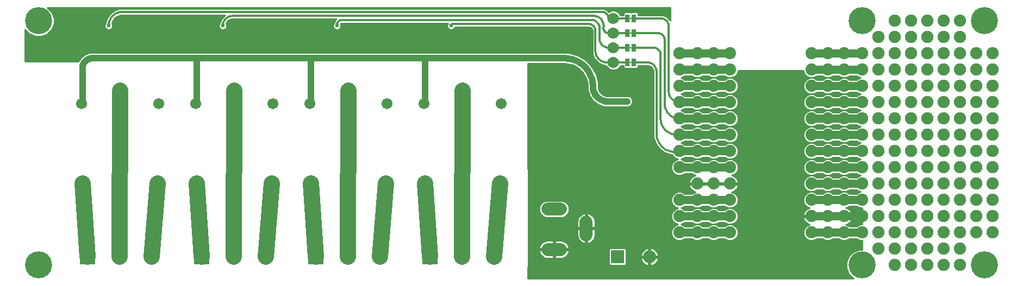
<source format=gbl>
G75*
%MOIN*%
%OFA0B0*%
%FSLAX24Y24*%
%IPPOS*%
%LPD*%
%AMOC8*
5,1,8,0,0,1.08239X$1,22.5*
%
%ADD10C,0.0673*%
%ADD11R,0.0950X0.0950*%
%ADD12C,0.0950*%
%ADD13R,0.0800X0.0800*%
%ADD14C,0.0800*%
%ADD15C,0.0787*%
%ADD16C,0.0740*%
%ADD17C,0.0080*%
%ADD18R,0.0250X0.0500*%
%ADD19C,0.0100*%
%ADD20C,0.0240*%
%ADD21C,0.0280*%
%ADD22C,0.0748*%
%ADD23C,0.0500*%
%ADD24C,0.0400*%
%ADD25C,0.0120*%
%ADD26C,0.1000*%
%ADD27C,0.1660*%
%ADD28C,0.0700*%
D10*
X003790Y007600D03*
X008510Y007600D03*
X010790Y007600D03*
X015510Y007600D03*
X017790Y007600D03*
X022510Y007600D03*
X024790Y007600D03*
X029510Y007600D03*
X029510Y012400D03*
X027150Y013190D03*
X024790Y012400D03*
X022510Y012400D03*
X020150Y013190D03*
X017790Y012400D03*
X015510Y012400D03*
X013150Y013190D03*
X010790Y012400D03*
X008510Y012400D03*
X006150Y013190D03*
X003790Y012400D03*
D11*
X004150Y003000D03*
X011150Y003000D03*
X018150Y003000D03*
X025150Y003000D03*
D12*
X027119Y003000D03*
X029087Y003000D03*
X022087Y003000D03*
X020119Y003000D03*
X015087Y003000D03*
X013119Y003000D03*
X008087Y003000D03*
X006119Y003000D03*
D13*
X036650Y003000D03*
D14*
X038619Y003000D03*
D15*
X034734Y004358D02*
X034734Y005146D01*
X033159Y005933D02*
X032372Y005933D01*
X032372Y003453D02*
X033159Y003453D01*
D16*
X041550Y004500D03*
X042550Y004500D03*
X043550Y004500D03*
X043550Y005500D03*
X042550Y005500D03*
X041550Y005500D03*
X041550Y006500D03*
X042550Y006500D03*
X043550Y006500D03*
X043550Y007500D03*
X042550Y007500D03*
X041550Y007500D03*
X041550Y008500D03*
X042550Y008500D03*
X043550Y008500D03*
X043550Y009500D03*
X042550Y009500D03*
X041550Y009500D03*
X041550Y010500D03*
X042550Y010500D03*
X043550Y010500D03*
X043550Y011500D03*
X042550Y011500D03*
X041550Y011500D03*
X041550Y012500D03*
X042550Y012500D03*
X043550Y012500D03*
X043550Y013500D03*
X042550Y013500D03*
X041550Y013500D03*
X041550Y014500D03*
X042550Y014500D03*
X043550Y014500D03*
X043550Y015500D03*
X042550Y015500D03*
X041550Y015500D03*
X048550Y015500D03*
X049550Y015500D03*
X050550Y015500D03*
X050550Y014500D03*
X049550Y014500D03*
X048550Y014500D03*
X048550Y013500D03*
X049550Y013500D03*
X050550Y013500D03*
X050550Y012500D03*
X049550Y012500D03*
X048550Y012500D03*
X048550Y011500D03*
X049550Y011500D03*
X050550Y011500D03*
X050550Y010500D03*
X049550Y010500D03*
X048550Y010500D03*
X048550Y009500D03*
X049550Y009500D03*
X050550Y009500D03*
X050550Y008500D03*
X049550Y008500D03*
X048550Y008500D03*
X048550Y007500D03*
X049550Y007500D03*
X050550Y007500D03*
X050550Y006500D03*
X049550Y006500D03*
X048550Y006500D03*
X048550Y005500D03*
X049550Y005500D03*
X050550Y005500D03*
X050550Y004500D03*
X049550Y004500D03*
X048550Y004500D03*
D17*
X037610Y014950D02*
X037310Y014950D01*
X037310Y015850D02*
X037610Y015850D01*
X037610Y016750D02*
X037310Y016750D01*
X037310Y017650D02*
X037610Y017650D01*
D18*
X037660Y017650D03*
X037260Y017650D03*
X037260Y016750D03*
X037660Y016750D03*
X037660Y015850D03*
X037260Y015850D03*
X037260Y014950D03*
X037660Y014950D03*
D19*
X037915Y014760D02*
X038450Y014760D01*
X038530Y014752D01*
X038678Y014691D01*
X038791Y014578D01*
X038852Y014430D01*
X038860Y014350D01*
X038860Y010350D01*
X038982Y009969D01*
X039214Y009643D01*
X039533Y009403D01*
X039533Y009403D01*
X039911Y009272D01*
X039911Y009272D01*
X040000Y009269D01*
X040023Y009214D01*
X040164Y009073D01*
X040340Y009000D01*
X040164Y008927D01*
X040023Y008786D01*
X039946Y008600D01*
X039946Y008400D01*
X040023Y008214D01*
X040164Y008073D01*
X040350Y007996D01*
X040550Y007996D01*
X040736Y008073D01*
X040783Y008120D01*
X041223Y008120D01*
X041267Y008076D01*
X041432Y008008D01*
X041428Y008007D01*
X041350Y007982D01*
X041277Y007945D01*
X041211Y007897D01*
X041153Y007839D01*
X041105Y007773D01*
X041068Y007700D01*
X041043Y007622D01*
X041031Y007550D01*
X041500Y007550D01*
X041500Y007450D01*
X041031Y007450D01*
X041043Y007378D01*
X041068Y007300D01*
X041105Y007227D01*
X041153Y007161D01*
X041211Y007103D01*
X041277Y007055D01*
X041350Y007018D01*
X041428Y006993D01*
X041432Y006992D01*
X041267Y006924D01*
X041223Y006880D01*
X040783Y006880D01*
X040736Y006927D01*
X040550Y007004D01*
X040350Y007004D01*
X040164Y006927D01*
X040023Y006786D01*
X039946Y006600D01*
X039946Y006400D01*
X040023Y006214D01*
X040164Y006073D01*
X040340Y006000D01*
X040164Y005927D01*
X040023Y005786D01*
X039946Y005600D01*
X039946Y005400D01*
X040023Y005214D01*
X040164Y005073D01*
X040340Y005000D01*
X040164Y004927D01*
X040023Y004786D01*
X039946Y004600D01*
X039946Y004400D01*
X040023Y004214D01*
X040164Y004073D01*
X040350Y003996D01*
X040550Y003996D01*
X040736Y004073D01*
X040783Y004120D01*
X041223Y004120D01*
X041267Y004076D01*
X041451Y004000D01*
X041649Y004000D01*
X041833Y004076D01*
X041877Y004120D01*
X042223Y004120D01*
X042267Y004076D01*
X042451Y004000D01*
X042649Y004000D01*
X042833Y004076D01*
X042877Y004120D01*
X043223Y004120D01*
X043267Y004076D01*
X043451Y004000D01*
X043649Y004000D01*
X043833Y004076D01*
X043974Y004217D01*
X044050Y004401D01*
X044050Y004599D01*
X043974Y004783D01*
X043833Y004924D01*
X043649Y005000D01*
X043833Y005076D01*
X043974Y005217D01*
X044050Y005401D01*
X044050Y005599D01*
X043974Y005783D01*
X043833Y005924D01*
X043649Y006000D01*
X043833Y006076D01*
X043974Y006217D01*
X044050Y006401D01*
X044050Y006599D01*
X043974Y006783D01*
X043833Y006924D01*
X043668Y006992D01*
X043672Y006993D01*
X043750Y007018D01*
X043823Y007055D01*
X043889Y007103D01*
X043947Y007161D01*
X043995Y007227D01*
X044032Y007300D01*
X044057Y007378D01*
X044069Y007450D01*
X043600Y007450D01*
X043600Y007550D01*
X044069Y007550D01*
X044057Y007622D01*
X044032Y007700D01*
X043995Y007773D01*
X043947Y007839D01*
X043889Y007897D01*
X043823Y007945D01*
X043750Y007982D01*
X043672Y008007D01*
X043668Y008008D01*
X043833Y008076D01*
X043974Y008217D01*
X044050Y008401D01*
X044050Y008599D01*
X043974Y008783D01*
X043833Y008924D01*
X043649Y009000D01*
X043833Y009076D01*
X043974Y009217D01*
X044050Y009401D01*
X044050Y009599D01*
X043974Y009783D01*
X043833Y009924D01*
X043649Y010000D01*
X043833Y010076D01*
X043974Y010217D01*
X044050Y010401D01*
X044050Y010599D01*
X043974Y010783D01*
X043833Y010924D01*
X043649Y011000D01*
X043833Y011076D01*
X043974Y011217D01*
X044050Y011401D01*
X044050Y011599D01*
X043974Y011783D01*
X043833Y011924D01*
X043649Y012000D01*
X043833Y012076D01*
X043974Y012217D01*
X044050Y012401D01*
X044050Y012599D01*
X043974Y012783D01*
X043833Y012924D01*
X043649Y013000D01*
X043833Y013076D01*
X043974Y013217D01*
X044050Y013401D01*
X044050Y013599D01*
X043974Y013783D01*
X043833Y013924D01*
X043649Y014000D01*
X043833Y014076D01*
X043974Y014217D01*
X044050Y014401D01*
X044050Y014450D01*
X048050Y014450D01*
X048050Y014401D01*
X048126Y014217D01*
X048267Y014076D01*
X048451Y014000D01*
X048267Y013924D01*
X048126Y013783D01*
X048050Y013599D01*
X048050Y013401D01*
X048126Y013217D01*
X048267Y013076D01*
X048451Y013000D01*
X048267Y012924D01*
X048126Y012783D01*
X048050Y012599D01*
X048050Y012401D01*
X048126Y012217D01*
X048267Y012076D01*
X048451Y012000D01*
X048267Y011924D01*
X048126Y011783D01*
X048050Y011599D01*
X048050Y011401D01*
X048126Y011217D01*
X048267Y011076D01*
X048451Y011000D01*
X048267Y010924D01*
X048126Y010783D01*
X048050Y010599D01*
X048050Y010401D01*
X048126Y010217D01*
X048267Y010076D01*
X048451Y010000D01*
X048267Y009924D01*
X048126Y009783D01*
X048050Y009599D01*
X048050Y009401D01*
X048126Y009217D01*
X048267Y009076D01*
X048451Y009000D01*
X048267Y008924D01*
X048126Y008783D01*
X048050Y008599D01*
X048050Y008401D01*
X048126Y008217D01*
X048267Y008076D01*
X048451Y008000D01*
X048267Y007924D01*
X048126Y007783D01*
X048050Y007599D01*
X048050Y007401D01*
X048126Y007217D01*
X048267Y007076D01*
X048451Y007000D01*
X048267Y006924D01*
X048126Y006783D01*
X048050Y006599D01*
X048050Y006401D01*
X048126Y006217D01*
X048267Y006076D01*
X048432Y006008D01*
X048428Y006007D01*
X048350Y005982D01*
X048277Y005945D01*
X048211Y005897D01*
X048153Y005839D01*
X048105Y005773D01*
X048068Y005700D01*
X048043Y005622D01*
X048031Y005550D01*
X048500Y005550D01*
X048500Y005450D01*
X048031Y005450D01*
X048043Y005378D01*
X048068Y005300D01*
X048105Y005227D01*
X048153Y005161D01*
X048211Y005103D01*
X048277Y005055D01*
X048350Y005018D01*
X048428Y004993D01*
X048432Y004992D01*
X048267Y004924D01*
X048126Y004783D01*
X048050Y004599D01*
X048050Y004401D01*
X048126Y004217D01*
X048267Y004076D01*
X048451Y004000D01*
X048649Y004000D01*
X048833Y004076D01*
X048877Y004120D01*
X049223Y004120D01*
X049267Y004076D01*
X049451Y004000D01*
X049649Y004000D01*
X049833Y004076D01*
X049877Y004120D01*
X050223Y004120D01*
X050267Y004076D01*
X050451Y004000D01*
X050649Y004000D01*
X050833Y004076D01*
X050877Y004120D01*
X051317Y004120D01*
X051364Y004073D01*
X051550Y003996D01*
X051650Y003996D01*
X051650Y003460D01*
X051459Y003460D01*
X051106Y003314D01*
X050836Y003044D01*
X050690Y002691D01*
X050690Y002309D01*
X050836Y001956D01*
X051106Y001686D01*
X051121Y001680D01*
X031150Y001680D01*
X031150Y002360D01*
X031180Y002412D01*
X031180Y008388D01*
X031150Y008440D01*
X031150Y014870D01*
X033400Y014870D01*
X033585Y014858D01*
X033943Y014762D01*
X034264Y014577D01*
X034527Y014314D01*
X034712Y013993D01*
X034808Y013635D01*
X034820Y013450D01*
X034820Y013255D01*
X034940Y012885D01*
X034940Y012885D01*
X035169Y012569D01*
X035169Y012569D01*
X035169Y012569D01*
X035485Y012340D01*
X035759Y012251D01*
X035834Y012220D01*
X037316Y012220D01*
X037437Y012270D01*
X037530Y012363D01*
X037580Y012484D01*
X037580Y012616D01*
X037530Y012737D01*
X037437Y012830D01*
X037316Y012880D01*
X036050Y012880D01*
X035961Y012887D01*
X035791Y012942D01*
X035647Y013047D01*
X035542Y013191D01*
X035487Y013361D01*
X035480Y013450D01*
X035480Y013724D01*
X035338Y014253D01*
X035064Y014727D01*
X035064Y014727D01*
X034677Y015114D01*
X034203Y015388D01*
X034203Y015388D01*
X033674Y015530D01*
X004301Y015530D01*
X004017Y015438D01*
X004017Y015438D01*
X003775Y015262D01*
X003775Y015262D01*
X003599Y015020D01*
X003593Y015000D01*
X000330Y015000D01*
X000330Y016971D01*
X000336Y016956D01*
X000606Y016686D01*
X000959Y016540D01*
X001341Y016540D01*
X001694Y016686D01*
X001964Y016956D01*
X002110Y017309D01*
X002110Y017691D01*
X001964Y018044D01*
X001694Y018314D01*
X001679Y018320D01*
X039900Y018320D01*
X039900Y017505D01*
X039885Y017541D01*
X039691Y017735D01*
X039691Y017735D01*
X039437Y017840D01*
X037915Y017840D01*
X037915Y017954D01*
X037839Y018030D01*
X037481Y018030D01*
X037460Y018009D01*
X037439Y018030D01*
X037081Y018030D01*
X037005Y017954D01*
X037005Y017840D01*
X036841Y017840D01*
X036807Y017922D01*
X036672Y018057D01*
X036495Y018130D01*
X036305Y018130D01*
X036128Y018057D01*
X036128Y018057D01*
X036034Y018150D01*
X035817Y018240D01*
X006135Y018240D01*
X005822Y018138D01*
X005555Y017945D01*
X005555Y017945D01*
X005362Y017678D01*
X005362Y017678D01*
X005260Y017365D01*
X005260Y017364D01*
X005238Y017342D01*
X005200Y017250D01*
X005200Y017150D01*
X005238Y017058D01*
X005308Y016988D01*
X005400Y016950D01*
X005500Y016950D01*
X005592Y016988D01*
X005662Y017058D01*
X005700Y017150D01*
X005700Y017250D01*
X005662Y017342D01*
X005661Y017343D01*
X005712Y017500D01*
X005833Y017667D01*
X006000Y017788D01*
X006197Y017852D01*
X006300Y017860D01*
X012593Y017860D01*
X012380Y017647D01*
X012265Y017368D01*
X012238Y017342D01*
X012200Y017250D01*
X012200Y017150D01*
X012238Y017058D01*
X012308Y016988D01*
X012400Y016950D01*
X012500Y016950D01*
X012592Y016988D01*
X012662Y017058D01*
X012700Y017150D01*
X012700Y017250D01*
X012668Y017328D01*
X012709Y017428D01*
X012822Y017541D01*
X012970Y017602D01*
X013050Y017610D01*
X019417Y017610D01*
X019335Y017528D01*
X019335Y017528D01*
X019271Y017375D01*
X019238Y017342D01*
X019200Y017250D01*
X019200Y017150D01*
X019238Y017058D01*
X019308Y016988D01*
X019400Y016950D01*
X019500Y016950D01*
X019592Y016988D01*
X019662Y017058D01*
X019700Y017150D01*
X019700Y017250D01*
X019670Y017322D01*
X019689Y017341D01*
X019729Y017358D01*
X019750Y017360D01*
X026256Y017360D01*
X026238Y017342D01*
X026200Y017250D01*
X026200Y017150D01*
X026238Y017058D01*
X026308Y016988D01*
X026400Y016950D01*
X026500Y016950D01*
X026592Y016988D01*
X026662Y017058D01*
X026683Y017110D01*
X034891Y017110D01*
X034934Y017103D01*
X035017Y017063D01*
X026664Y017063D01*
X026535Y016965D02*
X035089Y016965D01*
X035078Y016994D02*
X035109Y016907D01*
X035110Y016869D01*
X035110Y016856D01*
X035106Y016783D01*
X035110Y016778D01*
X035110Y015671D01*
X035105Y015665D01*
X035110Y015593D01*
X035110Y015521D01*
X035116Y015516D01*
X035121Y015446D01*
X035121Y015446D01*
X035227Y015184D01*
X035409Y014968D01*
X035648Y014818D01*
X035648Y014818D01*
X035923Y014750D01*
X035962Y014753D01*
X035993Y014678D01*
X036128Y014543D01*
X036305Y014470D01*
X036495Y014470D01*
X036672Y014543D01*
X036807Y014678D01*
X036841Y014760D01*
X037005Y014760D01*
X037005Y014646D01*
X037081Y014570D01*
X037439Y014570D01*
X037460Y014591D01*
X037481Y014570D01*
X037839Y014570D01*
X037915Y014646D01*
X037915Y014760D01*
X037915Y014699D02*
X038658Y014699D01*
X038768Y014601D02*
X037869Y014601D01*
X037051Y014601D02*
X036729Y014601D01*
X036816Y014699D02*
X037005Y014699D01*
X036573Y014502D02*
X038822Y014502D01*
X038855Y014404D02*
X035251Y014404D01*
X035194Y014502D02*
X036227Y014502D01*
X036071Y014601D02*
X035138Y014601D01*
X035081Y014699D02*
X035984Y014699D01*
X035923Y014750D02*
X035923Y014750D01*
X035732Y014798D02*
X034994Y014798D01*
X034896Y014896D02*
X035524Y014896D01*
X035409Y014968D02*
X035409Y014968D01*
X035409Y014968D01*
X035386Y014995D02*
X034797Y014995D01*
X034699Y015093D02*
X035303Y015093D01*
X035227Y015184D02*
X035227Y015184D01*
X035224Y015192D02*
X034544Y015192D01*
X034677Y015114D02*
X034677Y015114D01*
X034373Y015290D02*
X035184Y015290D01*
X035144Y015389D02*
X034202Y015389D01*
X033834Y015487D02*
X035118Y015487D01*
X035110Y015586D02*
X000330Y015586D01*
X000330Y015684D02*
X035110Y015684D01*
X035110Y015783D02*
X000330Y015783D01*
X000330Y015881D02*
X035110Y015881D01*
X035110Y015980D02*
X000330Y015980D01*
X000330Y016078D02*
X035110Y016078D01*
X035110Y016177D02*
X000330Y016177D01*
X000330Y016275D02*
X035110Y016275D01*
X035110Y016374D02*
X000330Y016374D01*
X000330Y016472D02*
X035110Y016472D01*
X035110Y016571D02*
X001415Y016571D01*
X001652Y016669D02*
X035110Y016669D01*
X035110Y016768D02*
X001775Y016768D01*
X001874Y016866D02*
X035110Y016866D01*
X035078Y016994D02*
X035017Y017063D01*
X036836Y017851D02*
X037005Y017851D01*
X037005Y017950D02*
X036779Y017950D01*
X036681Y018048D02*
X039900Y018048D01*
X039900Y017950D02*
X037915Y017950D01*
X037915Y017851D02*
X039900Y017851D01*
X039900Y017753D02*
X039648Y017753D01*
X039772Y017654D02*
X039900Y017654D01*
X039900Y017556D02*
X039870Y017556D01*
X039885Y017541D02*
X039885Y017541D01*
X039900Y018147D02*
X036038Y018147D01*
X036034Y018150D02*
X036034Y018150D01*
X039900Y018245D02*
X001763Y018245D01*
X001861Y018147D02*
X005848Y018147D01*
X005822Y018138D02*
X005822Y018138D01*
X005698Y018048D02*
X001960Y018048D01*
X002003Y017950D02*
X005562Y017950D01*
X005488Y017851D02*
X002044Y017851D01*
X002084Y017753D02*
X005416Y017753D01*
X005354Y017654D02*
X002110Y017654D01*
X002110Y017556D02*
X005322Y017556D01*
X005290Y017457D02*
X002110Y017457D01*
X002110Y017359D02*
X005255Y017359D01*
X005204Y017260D02*
X002090Y017260D01*
X002049Y017162D02*
X005200Y017162D01*
X005236Y017063D02*
X002008Y017063D01*
X001967Y016965D02*
X005365Y016965D01*
X005535Y016965D02*
X012365Y016965D01*
X012236Y017063D02*
X005664Y017063D01*
X005700Y017162D02*
X012200Y017162D01*
X012204Y017260D02*
X005696Y017260D01*
X005666Y017359D02*
X012255Y017359D01*
X012301Y017457D02*
X005698Y017457D01*
X005753Y017556D02*
X012342Y017556D01*
X012380Y017647D02*
X012380Y017647D01*
X012387Y017654D02*
X005824Y017654D01*
X005951Y017753D02*
X012485Y017753D01*
X012584Y017851D02*
X006194Y017851D01*
X000885Y016571D02*
X000330Y016571D01*
X000330Y016669D02*
X000648Y016669D01*
X000525Y016768D02*
X000330Y016768D01*
X000330Y016866D02*
X000426Y016866D01*
X000333Y016965D02*
X000330Y016965D01*
X000330Y015487D02*
X004168Y015487D01*
X003949Y015389D02*
X000330Y015389D01*
X000330Y015290D02*
X003813Y015290D01*
X003724Y015192D02*
X000330Y015192D01*
X000330Y015093D02*
X003652Y015093D01*
X012535Y016965D02*
X019365Y016965D01*
X019236Y017063D02*
X012664Y017063D01*
X012700Y017162D02*
X019200Y017162D01*
X019204Y017260D02*
X012696Y017260D01*
X012680Y017359D02*
X019255Y017359D01*
X019305Y017457D02*
X012738Y017457D01*
X012858Y017556D02*
X019363Y017556D01*
X019735Y017359D02*
X026255Y017359D01*
X026204Y017260D02*
X019696Y017260D01*
X019700Y017162D02*
X026200Y017162D01*
X026236Y017063D02*
X019664Y017063D01*
X019535Y016965D02*
X026365Y016965D01*
X031150Y014798D02*
X033810Y014798D01*
X034052Y014699D02*
X031150Y014699D01*
X031150Y014601D02*
X034223Y014601D01*
X034339Y014502D02*
X031150Y014502D01*
X031150Y014404D02*
X034437Y014404D01*
X034532Y014305D02*
X031150Y014305D01*
X031150Y014207D02*
X034589Y014207D01*
X034646Y014108D02*
X031150Y014108D01*
X031150Y014010D02*
X034703Y014010D01*
X034734Y013911D02*
X031150Y013911D01*
X031150Y013813D02*
X034760Y013813D01*
X034787Y013714D02*
X031150Y013714D01*
X031150Y013616D02*
X034809Y013616D01*
X034816Y013517D02*
X031150Y013517D01*
X031150Y013419D02*
X034820Y013419D01*
X034820Y013320D02*
X031150Y013320D01*
X031150Y013222D02*
X034831Y013222D01*
X034863Y013123D02*
X031150Y013123D01*
X031150Y013025D02*
X034895Y013025D01*
X034927Y012926D02*
X031150Y012926D01*
X031150Y012828D02*
X034982Y012828D01*
X035053Y012729D02*
X031150Y012729D01*
X031150Y012631D02*
X035125Y012631D01*
X035221Y012532D02*
X031150Y012532D01*
X031150Y012434D02*
X035356Y012434D01*
X035485Y012340D02*
X035485Y012340D01*
X035501Y012335D02*
X031150Y012335D01*
X031150Y012237D02*
X035794Y012237D01*
X037356Y012237D02*
X038860Y012237D01*
X038860Y012335D02*
X037502Y012335D01*
X037559Y012434D02*
X038860Y012434D01*
X038860Y012532D02*
X037580Y012532D01*
X037574Y012631D02*
X038860Y012631D01*
X038860Y012729D02*
X037533Y012729D01*
X037439Y012828D02*
X038860Y012828D01*
X038860Y012926D02*
X035841Y012926D01*
X035678Y013025D02*
X038860Y013025D01*
X038860Y013123D02*
X035592Y013123D01*
X035532Y013222D02*
X038860Y013222D01*
X038860Y013320D02*
X035500Y013320D01*
X035482Y013419D02*
X038860Y013419D01*
X038860Y013517D02*
X035480Y013517D01*
X035480Y013616D02*
X038860Y013616D01*
X038860Y013714D02*
X035480Y013714D01*
X035456Y013813D02*
X038860Y013813D01*
X038860Y013911D02*
X035430Y013911D01*
X035403Y014010D02*
X038860Y014010D01*
X038860Y014108D02*
X035377Y014108D01*
X035351Y014207D02*
X038860Y014207D01*
X038860Y014305D02*
X035308Y014305D01*
X035338Y014253D02*
X035338Y014253D01*
X040560Y014000D02*
X040736Y013927D01*
X040783Y013880D01*
X041223Y013880D01*
X041267Y013924D01*
X041451Y014000D01*
X041649Y014000D01*
X041833Y014076D01*
X041877Y014120D01*
X042223Y014120D01*
X042267Y014076D01*
X042451Y014000D01*
X042649Y014000D01*
X042833Y014076D01*
X042877Y014120D01*
X043223Y014120D01*
X043267Y014076D01*
X043451Y014000D01*
X043649Y014000D01*
X043451Y014000D01*
X043267Y013924D01*
X043223Y013880D01*
X042877Y013880D01*
X042833Y013924D01*
X042649Y014000D01*
X042451Y014000D01*
X042267Y013924D01*
X042223Y013880D01*
X041877Y013880D01*
X041833Y013924D01*
X041649Y014000D01*
X041451Y014000D01*
X041267Y014076D01*
X041223Y014120D01*
X040783Y014120D01*
X040736Y014073D01*
X040560Y014000D01*
X040583Y014010D02*
X041428Y014010D01*
X041254Y013911D02*
X040752Y013911D01*
X040771Y014108D02*
X041235Y014108D01*
X041672Y014010D02*
X042428Y014010D01*
X042254Y013911D02*
X041846Y013911D01*
X041865Y014108D02*
X042235Y014108D01*
X042672Y014010D02*
X043428Y014010D01*
X043254Y013911D02*
X042846Y013911D01*
X042865Y014108D02*
X043235Y014108D01*
X043672Y014010D02*
X048428Y014010D01*
X048451Y014000D02*
X048649Y014000D01*
X048451Y014000D01*
X048649Y014000D02*
X048833Y013924D01*
X048877Y013880D01*
X049223Y013880D01*
X049267Y013924D01*
X049451Y014000D01*
X049649Y014000D01*
X049833Y013924D01*
X049877Y013880D01*
X050223Y013880D01*
X050267Y013924D01*
X050451Y014000D01*
X050649Y014000D01*
X050833Y013924D01*
X050877Y013880D01*
X051317Y013880D01*
X051364Y013927D01*
X051540Y014000D01*
X051364Y014073D01*
X051317Y014120D01*
X050877Y014120D01*
X050833Y014076D01*
X050649Y014000D01*
X050451Y014000D01*
X050267Y014076D01*
X050223Y014120D01*
X049877Y014120D01*
X049833Y014076D01*
X049649Y014000D01*
X049451Y014000D01*
X049267Y014076D01*
X049223Y014120D01*
X048877Y014120D01*
X048833Y014076D01*
X048649Y014000D01*
X048672Y014010D02*
X049428Y014010D01*
X049254Y013911D02*
X048846Y013911D01*
X048865Y014108D02*
X049235Y014108D01*
X049672Y014010D02*
X050428Y014010D01*
X050254Y013911D02*
X049846Y013911D01*
X049865Y014108D02*
X050235Y014108D01*
X050672Y014010D02*
X051517Y014010D01*
X051348Y013911D02*
X050846Y013911D01*
X050865Y014108D02*
X051329Y014108D01*
X051317Y013120D02*
X050877Y013120D01*
X050833Y013076D01*
X050649Y013000D01*
X050451Y013000D01*
X050267Y012924D01*
X050223Y012880D01*
X049877Y012880D01*
X049833Y012924D01*
X049649Y013000D01*
X049451Y013000D01*
X049267Y012924D01*
X049223Y012880D01*
X048877Y012880D01*
X048833Y012924D01*
X048649Y013000D01*
X048451Y013000D01*
X048649Y013000D01*
X048833Y013076D01*
X048877Y013120D01*
X049223Y013120D01*
X049267Y013076D01*
X049451Y013000D01*
X049649Y013000D01*
X049833Y013076D01*
X049877Y013120D01*
X050223Y013120D01*
X050267Y013076D01*
X050451Y013000D01*
X050649Y013000D01*
X050833Y012924D01*
X050877Y012880D01*
X051317Y012880D01*
X051364Y012927D01*
X051540Y013000D01*
X051364Y013073D01*
X051317Y013120D01*
X051481Y013025D02*
X050709Y013025D01*
X050828Y012926D02*
X051363Y012926D01*
X050391Y013025D02*
X049709Y013025D01*
X049828Y012926D02*
X050272Y012926D01*
X049391Y013025D02*
X048709Y013025D01*
X048828Y012926D02*
X049272Y012926D01*
X048391Y013025D02*
X043709Y013025D01*
X043649Y013000D02*
X043451Y013000D01*
X043267Y013076D01*
X043223Y013120D01*
X042877Y013120D01*
X042833Y013076D01*
X042649Y013000D01*
X042451Y013000D01*
X042267Y013076D01*
X042223Y013120D01*
X041877Y013120D01*
X041833Y013076D01*
X041649Y013000D01*
X041451Y013000D01*
X041267Y013076D01*
X041223Y013120D01*
X040783Y013120D01*
X040736Y013073D01*
X040560Y013000D01*
X040736Y012927D01*
X040783Y012880D01*
X041223Y012880D01*
X041267Y012924D01*
X041451Y013000D01*
X041649Y013000D01*
X041833Y012924D01*
X041877Y012880D01*
X042223Y012880D01*
X042267Y012924D01*
X042451Y013000D01*
X042649Y013000D01*
X042833Y012924D01*
X042877Y012880D01*
X043223Y012880D01*
X043267Y012924D01*
X043451Y013000D01*
X043649Y013000D01*
X043828Y012926D02*
X048272Y012926D01*
X048170Y012828D02*
X043930Y012828D01*
X043996Y012729D02*
X048104Y012729D01*
X048063Y012631D02*
X044037Y012631D01*
X044050Y012532D02*
X048050Y012532D01*
X048050Y012434D02*
X044050Y012434D01*
X044023Y012335D02*
X048077Y012335D01*
X048118Y012237D02*
X043982Y012237D01*
X043895Y012138D02*
X048205Y012138D01*
X048355Y012040D02*
X043745Y012040D01*
X043649Y012000D02*
X043451Y012000D01*
X043267Y012076D01*
X043223Y012120D01*
X042877Y012120D01*
X042833Y012076D01*
X042649Y012000D01*
X042451Y012000D01*
X042267Y012076D01*
X042223Y012120D01*
X041877Y012120D01*
X041833Y012076D01*
X041649Y012000D01*
X041451Y012000D01*
X041267Y012076D01*
X041223Y012120D01*
X040783Y012120D01*
X040736Y012073D01*
X040560Y012000D01*
X040736Y011927D01*
X040783Y011880D01*
X041223Y011880D01*
X041267Y011924D01*
X041451Y012000D01*
X041649Y012000D01*
X041833Y011924D01*
X041877Y011880D01*
X042223Y011880D01*
X042267Y011924D01*
X042451Y012000D01*
X042649Y012000D01*
X042833Y011924D01*
X042877Y011880D01*
X043223Y011880D01*
X043267Y011924D01*
X043451Y012000D01*
X043649Y012000D01*
X043792Y011941D02*
X048308Y011941D01*
X048451Y012000D02*
X048649Y012000D01*
X048833Y011924D01*
X048877Y011880D01*
X049223Y011880D01*
X049267Y011924D01*
X049451Y012000D01*
X049649Y012000D01*
X049833Y011924D01*
X049877Y011880D01*
X050223Y011880D01*
X050267Y011924D01*
X050451Y012000D01*
X050649Y012000D01*
X050833Y011924D01*
X050877Y011880D01*
X051317Y011880D01*
X051364Y011927D01*
X051540Y012000D01*
X051364Y012073D01*
X051317Y012120D01*
X050877Y012120D01*
X050833Y012076D01*
X050649Y012000D01*
X050451Y012000D01*
X050267Y012076D01*
X050223Y012120D01*
X049877Y012120D01*
X049833Y012076D01*
X049649Y012000D01*
X049451Y012000D01*
X049267Y012076D01*
X049223Y012120D01*
X048877Y012120D01*
X048833Y012076D01*
X048649Y012000D01*
X048451Y012000D01*
X048745Y012040D02*
X049355Y012040D01*
X049308Y011941D02*
X048792Y011941D01*
X048185Y011843D02*
X043915Y011843D01*
X043990Y011744D02*
X048110Y011744D01*
X048069Y011646D02*
X044031Y011646D01*
X044050Y011547D02*
X048050Y011547D01*
X048050Y011449D02*
X044050Y011449D01*
X044029Y011350D02*
X048071Y011350D01*
X048112Y011252D02*
X043988Y011252D01*
X043910Y011153D02*
X048190Y011153D01*
X048319Y011055D02*
X043781Y011055D01*
X043756Y010956D02*
X048344Y010956D01*
X048451Y011000D02*
X048649Y011000D01*
X048833Y010924D01*
X048877Y010880D01*
X049223Y010880D01*
X049267Y010924D01*
X049451Y011000D01*
X049649Y011000D01*
X049833Y010924D01*
X049877Y010880D01*
X050223Y010880D01*
X050267Y010924D01*
X050451Y011000D01*
X050649Y011000D01*
X050833Y010924D01*
X050877Y010880D01*
X051317Y010880D01*
X051364Y010927D01*
X051540Y011000D01*
X051364Y011073D01*
X051317Y011120D01*
X050877Y011120D01*
X050833Y011076D01*
X050649Y011000D01*
X050451Y011000D01*
X050267Y011076D01*
X050223Y011120D01*
X049877Y011120D01*
X049833Y011076D01*
X049649Y011000D01*
X049451Y011000D01*
X049267Y011076D01*
X049223Y011120D01*
X048877Y011120D01*
X048833Y011076D01*
X048649Y011000D01*
X048451Y011000D01*
X048200Y010858D02*
X043900Y010858D01*
X043984Y010759D02*
X048116Y010759D01*
X048075Y010661D02*
X044025Y010661D01*
X044050Y010562D02*
X048050Y010562D01*
X048050Y010464D02*
X044050Y010464D01*
X044035Y010365D02*
X048065Y010365D01*
X048106Y010267D02*
X043994Y010267D01*
X043925Y010168D02*
X048175Y010168D01*
X048283Y010070D02*
X043817Y010070D01*
X043719Y009971D02*
X048381Y009971D01*
X048451Y010000D02*
X048649Y010000D01*
X048833Y009924D01*
X048877Y009880D01*
X049223Y009880D01*
X049267Y009924D01*
X049451Y010000D01*
X049649Y010000D01*
X049833Y009924D01*
X049877Y009880D01*
X050223Y009880D01*
X050267Y009924D01*
X050451Y010000D01*
X050649Y010000D01*
X050833Y009924D01*
X050877Y009880D01*
X051317Y009880D01*
X051364Y009927D01*
X051540Y010000D01*
X051364Y010073D01*
X051317Y010120D01*
X050877Y010120D01*
X050833Y010076D01*
X050649Y010000D01*
X050451Y010000D01*
X050267Y010076D01*
X050223Y010120D01*
X049877Y010120D01*
X049833Y010076D01*
X049649Y010000D01*
X049451Y010000D01*
X049267Y010076D01*
X049223Y010120D01*
X048877Y010120D01*
X048833Y010076D01*
X048649Y010000D01*
X048451Y010000D01*
X048215Y009873D02*
X043885Y009873D01*
X043978Y009774D02*
X048122Y009774D01*
X048082Y009676D02*
X044018Y009676D01*
X044050Y009577D02*
X048050Y009577D01*
X048050Y009479D02*
X044050Y009479D01*
X044041Y009380D02*
X048059Y009380D01*
X048099Y009282D02*
X044001Y009282D01*
X043940Y009183D02*
X048160Y009183D01*
X048258Y009085D02*
X043842Y009085D01*
X043683Y008986D02*
X048417Y008986D01*
X048451Y009000D02*
X048649Y009000D01*
X048833Y008924D01*
X048877Y008880D01*
X049223Y008880D01*
X049267Y008924D01*
X049451Y009000D01*
X049649Y009000D01*
X049833Y008924D01*
X049877Y008880D01*
X050223Y008880D01*
X050267Y008924D01*
X050451Y009000D01*
X050649Y009000D01*
X050833Y008924D01*
X050877Y008880D01*
X051317Y008880D01*
X051364Y008927D01*
X051540Y009000D01*
X051364Y009073D01*
X051317Y009120D01*
X050877Y009120D01*
X050833Y009076D01*
X050649Y009000D01*
X050451Y009000D01*
X050267Y009076D01*
X050223Y009120D01*
X049877Y009120D01*
X049833Y009076D01*
X049649Y009000D01*
X049451Y009000D01*
X049267Y009076D01*
X049223Y009120D01*
X048877Y009120D01*
X048833Y009076D01*
X048649Y009000D01*
X048451Y009000D01*
X048683Y008986D02*
X049417Y008986D01*
X049258Y009085D02*
X048842Y009085D01*
X048870Y008888D02*
X049230Y008888D01*
X049683Y008986D02*
X050417Y008986D01*
X050258Y009085D02*
X049842Y009085D01*
X049870Y008888D02*
X050230Y008888D01*
X050683Y008986D02*
X051506Y008986D01*
X051353Y009085D02*
X050842Y009085D01*
X050870Y008888D02*
X051325Y008888D01*
X051317Y008120D02*
X050877Y008120D01*
X050833Y008076D01*
X050649Y008000D01*
X050451Y008000D01*
X050267Y007924D01*
X050223Y007880D01*
X049877Y007880D01*
X049833Y007924D01*
X049649Y008000D01*
X049451Y008000D01*
X049267Y007924D01*
X049223Y007880D01*
X048877Y007880D01*
X048833Y007924D01*
X048649Y008000D01*
X048451Y008000D01*
X048649Y008000D01*
X048833Y008076D01*
X048877Y008120D01*
X049223Y008120D01*
X049267Y008076D01*
X049451Y008000D01*
X049649Y008000D01*
X049833Y008076D01*
X049877Y008120D01*
X050223Y008120D01*
X050267Y008076D01*
X050451Y008000D01*
X050649Y008000D01*
X050833Y007924D01*
X050877Y007880D01*
X051317Y007880D01*
X051364Y007927D01*
X051540Y008000D01*
X051364Y008073D01*
X051317Y008120D01*
X051338Y008100D02*
X050857Y008100D01*
X050855Y007903D02*
X051340Y007903D01*
X051538Y008001D02*
X050652Y008001D01*
X050448Y008001D02*
X049652Y008001D01*
X049448Y008001D02*
X048652Y008001D01*
X048448Y008001D02*
X043691Y008001D01*
X043857Y008100D02*
X048243Y008100D01*
X048145Y008198D02*
X043955Y008198D01*
X044007Y008297D02*
X048093Y008297D01*
X048052Y008395D02*
X044048Y008395D01*
X044050Y008494D02*
X048050Y008494D01*
X048050Y008592D02*
X044050Y008592D01*
X044012Y008691D02*
X048088Y008691D01*
X048132Y008789D02*
X043968Y008789D01*
X043870Y008888D02*
X048230Y008888D01*
X048857Y008100D02*
X049243Y008100D01*
X049245Y007903D02*
X048855Y007903D01*
X048245Y007903D02*
X043881Y007903D01*
X043972Y007804D02*
X048147Y007804D01*
X048094Y007706D02*
X044029Y007706D01*
X044060Y007607D02*
X048053Y007607D01*
X048050Y007509D02*
X043600Y007509D01*
X043500Y007509D02*
X042600Y007509D01*
X042600Y007550D02*
X043500Y007550D01*
X043500Y007450D01*
X043069Y007450D01*
X042600Y007450D01*
X042600Y007550D01*
X042500Y007550D02*
X042500Y007450D01*
X041600Y007450D01*
X041600Y007550D01*
X042031Y007550D01*
X042500Y007550D01*
X042500Y007509D02*
X041600Y007509D01*
X041500Y007509D02*
X031180Y007509D01*
X031180Y007607D02*
X041040Y007607D01*
X041071Y007706D02*
X031180Y007706D01*
X031180Y007804D02*
X041128Y007804D01*
X041219Y007903D02*
X031180Y007903D01*
X031180Y008001D02*
X040338Y008001D01*
X040138Y008100D02*
X031180Y008100D01*
X031180Y008198D02*
X040039Y008198D01*
X039989Y008297D02*
X031180Y008297D01*
X031176Y008395D02*
X039948Y008395D01*
X039946Y008494D02*
X031150Y008494D01*
X031150Y008592D02*
X039946Y008592D01*
X039983Y008691D02*
X031150Y008691D01*
X031150Y008789D02*
X040026Y008789D01*
X040125Y008888D02*
X031150Y008888D01*
X031150Y008986D02*
X040306Y008986D01*
X040153Y009085D02*
X031150Y009085D01*
X031150Y009183D02*
X040054Y009183D01*
X039883Y009282D02*
X031150Y009282D01*
X031150Y009380D02*
X039600Y009380D01*
X039433Y009479D02*
X031150Y009479D01*
X031150Y009577D02*
X039301Y009577D01*
X039214Y009643D02*
X039214Y009643D01*
X039214Y009643D01*
X039190Y009676D02*
X031150Y009676D01*
X031150Y009774D02*
X039120Y009774D01*
X039050Y009873D02*
X031150Y009873D01*
X031150Y009971D02*
X038981Y009971D01*
X038982Y009969D02*
X038982Y009969D01*
X038950Y010070D02*
X031150Y010070D01*
X031150Y010168D02*
X038918Y010168D01*
X038887Y010267D02*
X031150Y010267D01*
X031150Y010365D02*
X038860Y010365D01*
X038860Y010464D02*
X031150Y010464D01*
X031150Y010562D02*
X038860Y010562D01*
X038860Y010661D02*
X031150Y010661D01*
X031150Y010759D02*
X038860Y010759D01*
X038860Y010858D02*
X031150Y010858D01*
X031150Y010956D02*
X038860Y010956D01*
X038860Y011055D02*
X031150Y011055D01*
X031150Y011153D02*
X038860Y011153D01*
X038860Y011252D02*
X031150Y011252D01*
X031150Y011350D02*
X038860Y011350D01*
X038860Y011449D02*
X031150Y011449D01*
X031150Y011547D02*
X038860Y011547D01*
X038860Y011646D02*
X031150Y011646D01*
X031150Y011744D02*
X038860Y011744D01*
X038860Y011843D02*
X031150Y011843D01*
X031150Y011941D02*
X038860Y011941D01*
X038860Y012040D02*
X031150Y012040D01*
X031150Y012138D02*
X038860Y012138D01*
X040655Y012040D02*
X041355Y012040D01*
X041308Y011941D02*
X040702Y011941D01*
X041745Y012040D02*
X042355Y012040D01*
X042308Y011941D02*
X041792Y011941D01*
X042745Y012040D02*
X043355Y012040D01*
X043308Y011941D02*
X042792Y011941D01*
X042877Y011120D02*
X043223Y011120D01*
X043267Y011076D01*
X043451Y011000D01*
X043649Y011000D01*
X043451Y011000D01*
X043267Y010924D01*
X043223Y010880D01*
X042877Y010880D01*
X042833Y010924D01*
X042649Y011000D01*
X042833Y011076D01*
X042877Y011120D01*
X042781Y011055D02*
X043319Y011055D01*
X043344Y010956D02*
X042756Y010956D01*
X042649Y011000D02*
X042451Y011000D01*
X042649Y011000D01*
X042451Y011000D02*
X042267Y011076D01*
X042223Y011120D01*
X041877Y011120D01*
X041833Y011076D01*
X041649Y011000D01*
X041451Y011000D01*
X041267Y011076D01*
X041223Y011120D01*
X040783Y011120D01*
X040736Y011073D01*
X040560Y011000D01*
X040736Y010927D01*
X040783Y010880D01*
X041223Y010880D01*
X041267Y010924D01*
X041451Y011000D01*
X041649Y011000D01*
X041833Y010924D01*
X041877Y010880D01*
X042223Y010880D01*
X042267Y010924D01*
X042451Y011000D01*
X042344Y010956D02*
X041756Y010956D01*
X041781Y011055D02*
X042319Y011055D01*
X041344Y010956D02*
X040666Y010956D01*
X040692Y011055D02*
X041319Y011055D01*
X041223Y010120D02*
X040783Y010120D01*
X040736Y010073D01*
X040560Y010000D01*
X040736Y009927D01*
X040783Y009880D01*
X041223Y009880D01*
X041267Y009924D01*
X041451Y010000D01*
X041649Y010000D01*
X041833Y010076D01*
X041877Y010120D01*
X042223Y010120D01*
X042267Y010076D01*
X042451Y010000D01*
X042649Y010000D01*
X042833Y010076D01*
X042877Y010120D01*
X043223Y010120D01*
X043267Y010076D01*
X043451Y010000D01*
X043649Y010000D01*
X043451Y010000D01*
X043267Y009924D01*
X043223Y009880D01*
X042877Y009880D01*
X042833Y009924D01*
X042649Y010000D01*
X042451Y010000D01*
X042267Y009924D01*
X042223Y009880D01*
X041877Y009880D01*
X041833Y009924D01*
X041649Y010000D01*
X041451Y010000D01*
X041267Y010076D01*
X041223Y010120D01*
X041283Y010070D02*
X040728Y010070D01*
X040630Y009971D02*
X041381Y009971D01*
X041719Y009971D02*
X042381Y009971D01*
X042283Y010070D02*
X041817Y010070D01*
X042719Y009971D02*
X043381Y009971D01*
X043283Y010070D02*
X042817Y010070D01*
X042877Y009120D02*
X043223Y009120D01*
X043267Y009076D01*
X043451Y009000D01*
X043649Y009000D01*
X043451Y009000D01*
X043267Y008924D01*
X043223Y008880D01*
X042877Y008880D01*
X042833Y008924D01*
X042649Y009000D01*
X042833Y009076D01*
X042877Y009120D01*
X042842Y009085D02*
X043258Y009085D01*
X043417Y008986D02*
X042683Y008986D01*
X042649Y009000D02*
X042451Y009000D01*
X042649Y009000D01*
X042451Y009000D02*
X042267Y009076D01*
X042223Y009120D01*
X041877Y009120D01*
X041833Y009076D01*
X041649Y009000D01*
X041451Y009000D01*
X041267Y009076D01*
X041223Y009120D01*
X040783Y009120D01*
X040736Y009073D01*
X040560Y009000D01*
X040736Y008927D01*
X040783Y008880D01*
X041223Y008880D01*
X041267Y008924D01*
X041451Y009000D01*
X041649Y009000D01*
X041833Y008924D01*
X041877Y008880D01*
X042223Y008880D01*
X042267Y008924D01*
X042451Y009000D01*
X042417Y008986D02*
X041683Y008986D01*
X041842Y009085D02*
X042258Y009085D01*
X042230Y008888D02*
X041870Y008888D01*
X041417Y008986D02*
X040594Y008986D01*
X040747Y009085D02*
X041258Y009085D01*
X041230Y008888D02*
X040775Y008888D01*
X040762Y008100D02*
X041243Y008100D01*
X041409Y008001D02*
X040562Y008001D01*
X041038Y007410D02*
X031180Y007410D01*
X031180Y007312D02*
X041064Y007312D01*
X041116Y007213D02*
X031180Y007213D01*
X031180Y007115D02*
X041200Y007115D01*
X041357Y007016D02*
X031180Y007016D01*
X031180Y006918D02*
X040155Y006918D01*
X040056Y006819D02*
X031180Y006819D01*
X031180Y006721D02*
X039996Y006721D01*
X039955Y006622D02*
X031180Y006622D01*
X031180Y006524D02*
X039946Y006524D01*
X039946Y006425D02*
X033340Y006425D01*
X033264Y006457D02*
X033456Y006377D01*
X033603Y006230D01*
X033683Y006037D01*
X033683Y005829D01*
X033603Y005636D01*
X033456Y005489D01*
X033264Y005409D01*
X032268Y005409D01*
X032075Y005489D01*
X031928Y005636D01*
X031848Y005829D01*
X031848Y006037D01*
X031928Y006230D01*
X032075Y006377D01*
X032268Y006457D01*
X033264Y006457D01*
X033507Y006327D02*
X039976Y006327D01*
X040017Y006228D02*
X033604Y006228D01*
X033645Y006130D02*
X040108Y006130D01*
X040265Y006031D02*
X033683Y006031D01*
X033683Y005933D02*
X040177Y005933D01*
X040071Y005834D02*
X033683Y005834D01*
X033644Y005736D02*
X040002Y005736D01*
X039961Y005637D02*
X034968Y005637D01*
X034943Y005650D02*
X034862Y005676D01*
X034783Y005688D01*
X034783Y004800D01*
X035278Y004800D01*
X035278Y005188D01*
X035265Y005273D01*
X035238Y005354D01*
X035199Y005431D01*
X035149Y005500D01*
X035088Y005560D01*
X035019Y005611D01*
X034943Y005650D01*
X034783Y005637D02*
X034686Y005637D01*
X034686Y005688D02*
X034607Y005676D01*
X034526Y005650D01*
X034449Y005611D01*
X034380Y005560D01*
X034320Y005500D01*
X034269Y005431D01*
X034230Y005354D01*
X034204Y005273D01*
X034191Y005188D01*
X034191Y004800D01*
X034686Y004800D01*
X034686Y004704D01*
X034191Y004704D01*
X034191Y004315D01*
X034204Y004231D01*
X034230Y004150D01*
X034269Y004073D01*
X034320Y004004D01*
X034380Y003944D01*
X034449Y003893D01*
X034526Y003854D01*
X034607Y003828D01*
X034686Y003815D01*
X034686Y004704D01*
X034783Y004704D01*
X034783Y004800D01*
X034686Y004800D01*
X034686Y005688D01*
X034686Y005539D02*
X034783Y005539D01*
X034783Y005440D02*
X034686Y005440D01*
X034686Y005342D02*
X034783Y005342D01*
X034783Y005243D02*
X034686Y005243D01*
X034686Y005145D02*
X034783Y005145D01*
X034783Y005046D02*
X034686Y005046D01*
X034686Y004948D02*
X034783Y004948D01*
X034783Y004849D02*
X034686Y004849D01*
X034686Y004751D02*
X031180Y004751D01*
X031180Y004849D02*
X034191Y004849D01*
X034191Y004948D02*
X031180Y004948D01*
X031180Y005046D02*
X034191Y005046D01*
X034191Y005145D02*
X031180Y005145D01*
X031180Y005243D02*
X034199Y005243D01*
X034226Y005342D02*
X031180Y005342D01*
X031180Y005440D02*
X032194Y005440D01*
X032026Y005539D02*
X031180Y005539D01*
X031180Y005637D02*
X031928Y005637D01*
X031887Y005736D02*
X031180Y005736D01*
X031180Y005834D02*
X031848Y005834D01*
X031848Y005933D02*
X031180Y005933D01*
X031180Y006031D02*
X031848Y006031D01*
X031887Y006130D02*
X031180Y006130D01*
X031180Y006228D02*
X031927Y006228D01*
X032025Y006327D02*
X031180Y006327D01*
X031180Y006425D02*
X032191Y006425D01*
X033604Y005637D02*
X034501Y005637D01*
X034358Y005539D02*
X033506Y005539D01*
X033338Y005440D02*
X034276Y005440D01*
X035110Y005539D02*
X039946Y005539D01*
X039946Y005440D02*
X035192Y005440D01*
X035242Y005342D02*
X039970Y005342D01*
X040011Y005243D02*
X035269Y005243D01*
X035278Y005145D02*
X040093Y005145D01*
X040229Y005046D02*
X035278Y005046D01*
X035278Y004948D02*
X040213Y004948D01*
X040086Y004849D02*
X035278Y004849D01*
X035278Y004704D02*
X034783Y004704D01*
X034783Y003815D01*
X034862Y003828D01*
X034943Y003854D01*
X035019Y003893D01*
X035088Y003944D01*
X035149Y004004D01*
X035199Y004073D01*
X035238Y004150D01*
X035265Y004231D01*
X035278Y004315D01*
X035278Y004704D01*
X035278Y004652D02*
X039967Y004652D01*
X039946Y004554D02*
X035278Y004554D01*
X035278Y004455D02*
X039946Y004455D01*
X039964Y004357D02*
X035278Y004357D01*
X035269Y004258D02*
X040005Y004258D01*
X040078Y004160D02*
X035241Y004160D01*
X035190Y004061D02*
X040193Y004061D01*
X040707Y004061D02*
X041303Y004061D01*
X041797Y004061D02*
X042303Y004061D01*
X042797Y004061D02*
X043303Y004061D01*
X043797Y004061D02*
X048303Y004061D01*
X048183Y004160D02*
X043917Y004160D01*
X043991Y004258D02*
X048109Y004258D01*
X048068Y004357D02*
X044032Y004357D01*
X044050Y004455D02*
X048050Y004455D01*
X048050Y004554D02*
X044050Y004554D01*
X044028Y004652D02*
X048072Y004652D01*
X048113Y004751D02*
X043987Y004751D01*
X043908Y004849D02*
X048192Y004849D01*
X048324Y004948D02*
X043776Y004948D01*
X043761Y005046D02*
X048296Y005046D01*
X048170Y005145D02*
X043902Y005145D01*
X043985Y005243D02*
X048097Y005243D01*
X048055Y005342D02*
X044026Y005342D01*
X044050Y005440D02*
X048033Y005440D01*
X048048Y005637D02*
X044034Y005637D01*
X044050Y005539D02*
X048500Y005539D01*
X048600Y005539D02*
X049500Y005539D01*
X049500Y005550D02*
X049500Y005450D01*
X048600Y005450D01*
X048600Y005550D01*
X049069Y005550D01*
X049500Y005550D01*
X049600Y005550D02*
X050500Y005550D01*
X050500Y005450D01*
X050031Y005450D01*
X049600Y005450D01*
X049600Y005550D01*
X049600Y005539D02*
X050500Y005539D01*
X050600Y005539D02*
X051650Y005539D01*
X051650Y005637D02*
X051052Y005637D01*
X051057Y005622D02*
X051032Y005700D01*
X050995Y005773D01*
X050947Y005839D01*
X050889Y005897D01*
X050823Y005945D01*
X050750Y005982D01*
X050672Y006007D01*
X050668Y006008D01*
X050833Y006076D01*
X050877Y006120D01*
X051317Y006120D01*
X051364Y006073D01*
X051550Y005996D01*
X051650Y005996D01*
X051650Y005004D01*
X051550Y005004D01*
X051364Y004927D01*
X051317Y004880D01*
X050877Y004880D01*
X050833Y004924D01*
X050668Y004992D01*
X050672Y004993D01*
X050750Y005018D01*
X050823Y005055D01*
X050889Y005103D01*
X050947Y005161D01*
X050995Y005227D01*
X051032Y005300D01*
X051057Y005378D01*
X051069Y005450D01*
X050600Y005450D01*
X050600Y005550D01*
X051069Y005550D01*
X051057Y005622D01*
X051014Y005736D02*
X051650Y005736D01*
X051650Y005834D02*
X050950Y005834D01*
X050839Y005933D02*
X051650Y005933D01*
X051465Y006031D02*
X050724Y006031D01*
X051067Y005440D02*
X051650Y005440D01*
X051650Y005342D02*
X051045Y005342D01*
X051003Y005243D02*
X051650Y005243D01*
X051650Y005145D02*
X050930Y005145D01*
X050804Y005046D02*
X051650Y005046D01*
X051413Y004948D02*
X050776Y004948D01*
X050797Y004061D02*
X051393Y004061D01*
X051650Y003963D02*
X035107Y003963D01*
X034962Y003864D02*
X051650Y003864D01*
X051650Y003766D02*
X033604Y003766D01*
X033624Y003738D02*
X033574Y003807D01*
X033514Y003867D01*
X033444Y003918D01*
X033368Y003957D01*
X033287Y003983D01*
X033202Y003996D01*
X032814Y003996D01*
X032814Y003501D01*
X033702Y003501D01*
X033690Y003580D01*
X033663Y003661D01*
X033624Y003738D01*
X033660Y003667D02*
X051650Y003667D01*
X051650Y003569D02*
X033692Y003569D01*
X033702Y003404D02*
X032814Y003404D01*
X032814Y002909D01*
X033202Y002909D01*
X033287Y002922D01*
X033368Y002949D01*
X033444Y002988D01*
X033514Y003038D01*
X033574Y003099D01*
X033624Y003168D01*
X033663Y003244D01*
X033690Y003325D01*
X033702Y003404D01*
X033697Y003372D02*
X036120Y003372D01*
X036120Y003454D02*
X036120Y002546D01*
X036196Y002470D01*
X037104Y002470D01*
X037180Y002546D01*
X037180Y003454D01*
X037104Y003530D01*
X036196Y003530D01*
X036120Y003454D01*
X036136Y003470D02*
X032814Y003470D01*
X032814Y003501D02*
X032814Y003404D01*
X032717Y003404D01*
X032717Y002909D01*
X032329Y002909D01*
X032245Y002922D01*
X032163Y002949D01*
X032087Y002988D01*
X032018Y003038D01*
X031957Y003099D01*
X031907Y003168D01*
X031868Y003244D01*
X031842Y003325D01*
X031829Y003404D01*
X032717Y003404D01*
X032717Y003501D01*
X031829Y003501D01*
X031842Y003580D01*
X031868Y003661D01*
X031907Y003738D01*
X031957Y003807D01*
X032018Y003867D01*
X032087Y003918D01*
X032163Y003957D01*
X032245Y003983D01*
X032329Y003996D01*
X032717Y003996D01*
X032717Y003501D01*
X032814Y003501D01*
X032814Y003569D02*
X032717Y003569D01*
X032717Y003667D02*
X032814Y003667D01*
X032814Y003766D02*
X032717Y003766D01*
X032717Y003864D02*
X032814Y003864D01*
X032814Y003963D02*
X032717Y003963D01*
X032181Y003963D02*
X031180Y003963D01*
X031180Y004061D02*
X034278Y004061D01*
X034227Y004160D02*
X031180Y004160D01*
X031180Y004258D02*
X034200Y004258D01*
X034191Y004357D02*
X031180Y004357D01*
X031180Y004455D02*
X034191Y004455D01*
X034191Y004554D02*
X031180Y004554D01*
X031180Y004652D02*
X034191Y004652D01*
X034686Y004652D02*
X034783Y004652D01*
X034783Y004554D02*
X034686Y004554D01*
X034686Y004455D02*
X034783Y004455D01*
X034783Y004357D02*
X034686Y004357D01*
X034686Y004258D02*
X034783Y004258D01*
X034783Y004160D02*
X034686Y004160D01*
X034686Y004061D02*
X034783Y004061D01*
X034783Y003963D02*
X034686Y003963D01*
X034686Y003864D02*
X034783Y003864D01*
X034507Y003864D02*
X033517Y003864D01*
X033350Y003963D02*
X034361Y003963D01*
X032814Y003372D02*
X032717Y003372D01*
X032717Y003470D02*
X031180Y003470D01*
X031180Y003372D02*
X031834Y003372D01*
X031859Y003273D02*
X031180Y003273D01*
X031180Y003175D02*
X031904Y003175D01*
X031980Y003076D02*
X031180Y003076D01*
X031180Y002978D02*
X032107Y002978D01*
X032717Y002978D02*
X032814Y002978D01*
X032814Y003076D02*
X032717Y003076D01*
X032717Y003175D02*
X032814Y003175D01*
X032814Y003273D02*
X032717Y003273D01*
X033552Y003076D02*
X036120Y003076D01*
X036120Y002978D02*
X033424Y002978D01*
X033628Y003175D02*
X036120Y003175D01*
X036120Y003273D02*
X033673Y003273D01*
X032014Y003864D02*
X031180Y003864D01*
X031180Y003766D02*
X031927Y003766D01*
X031871Y003667D02*
X031180Y003667D01*
X031180Y003569D02*
X031840Y003569D01*
X031180Y002879D02*
X036120Y002879D01*
X036120Y002781D02*
X031180Y002781D01*
X031180Y002682D02*
X036120Y002682D01*
X036120Y002584D02*
X031180Y002584D01*
X031180Y002485D02*
X036181Y002485D01*
X037119Y002485D02*
X038424Y002485D01*
X038407Y002490D02*
X038490Y002464D01*
X038569Y002451D01*
X038569Y002950D01*
X038669Y002950D01*
X038669Y003050D01*
X039167Y003050D01*
X039155Y003129D01*
X039128Y003211D01*
X039089Y003288D01*
X039038Y003358D01*
X038977Y003420D01*
X038907Y003470D01*
X051650Y003470D01*
X051245Y003372D02*
X039025Y003372D01*
X039097Y003273D02*
X051065Y003273D01*
X050967Y003175D02*
X039140Y003175D01*
X039163Y003076D02*
X050868Y003076D01*
X050809Y002978D02*
X038669Y002978D01*
X038669Y002950D02*
X039167Y002950D01*
X039155Y002871D01*
X039128Y002789D01*
X039089Y002712D01*
X039038Y002642D01*
X038977Y002580D01*
X038907Y002530D01*
X038830Y002490D01*
X038747Y002464D01*
X038669Y002451D01*
X038669Y002950D01*
X038669Y002879D02*
X038569Y002879D01*
X038568Y002950D02*
X038070Y002950D01*
X038082Y002871D01*
X038109Y002789D01*
X038148Y002712D01*
X038199Y002642D01*
X038260Y002580D01*
X038330Y002530D01*
X038407Y002490D01*
X038569Y002485D02*
X038669Y002485D01*
X038669Y002584D02*
X038569Y002584D01*
X038569Y002682D02*
X038669Y002682D01*
X038669Y002781D02*
X038569Y002781D01*
X038568Y002950D02*
X038568Y003050D01*
X038070Y003050D01*
X038082Y003129D01*
X038109Y003211D01*
X038148Y003288D01*
X038199Y003358D01*
X038260Y003420D01*
X038330Y003470D01*
X037164Y003470D01*
X037180Y003372D02*
X038212Y003372D01*
X038140Y003273D02*
X037180Y003273D01*
X037180Y003175D02*
X038097Y003175D01*
X038074Y003076D02*
X037180Y003076D01*
X037180Y002978D02*
X038568Y002978D01*
X038569Y003050D02*
X038569Y003549D01*
X038490Y003536D01*
X038407Y003510D01*
X038330Y003470D01*
X038569Y003470D02*
X038669Y003470D01*
X038669Y003549D02*
X038747Y003536D01*
X038830Y003510D01*
X038907Y003470D01*
X038669Y003549D02*
X038669Y003050D01*
X038569Y003050D01*
X038569Y003076D02*
X038669Y003076D01*
X038669Y003175D02*
X038569Y003175D01*
X038569Y003273D02*
X038669Y003273D01*
X038669Y003372D02*
X038569Y003372D01*
X038081Y002879D02*
X037180Y002879D01*
X037180Y002781D02*
X038113Y002781D01*
X038170Y002682D02*
X037180Y002682D01*
X037180Y002584D02*
X038257Y002584D01*
X038813Y002485D02*
X050690Y002485D01*
X050690Y002387D02*
X031166Y002387D01*
X031150Y002288D02*
X050699Y002288D01*
X050740Y002190D02*
X031150Y002190D01*
X031150Y002091D02*
X050780Y002091D01*
X050821Y001993D02*
X031150Y001993D01*
X031150Y001894D02*
X050898Y001894D01*
X050997Y001796D02*
X031150Y001796D01*
X031150Y001697D02*
X051095Y001697D01*
X050690Y002584D02*
X038980Y002584D01*
X039067Y002682D02*
X050690Y002682D01*
X050727Y002781D02*
X039124Y002781D01*
X039156Y002879D02*
X050768Y002879D01*
X050303Y004061D02*
X049797Y004061D01*
X049303Y004061D02*
X048797Y004061D01*
X043649Y005000D02*
X043451Y005000D01*
X043267Y005076D01*
X043223Y005120D01*
X042877Y005120D01*
X042833Y005076D01*
X042649Y005000D01*
X042451Y005000D01*
X042267Y005076D01*
X042223Y005120D01*
X041877Y005120D01*
X041833Y005076D01*
X041649Y005000D01*
X041451Y005000D01*
X041267Y005076D01*
X041223Y005120D01*
X040783Y005120D01*
X040736Y005073D01*
X040560Y005000D01*
X040736Y004927D01*
X040783Y004880D01*
X041223Y004880D01*
X041267Y004924D01*
X041451Y005000D01*
X041649Y005000D01*
X041833Y004924D01*
X041877Y004880D01*
X042223Y004880D01*
X042267Y004924D01*
X042451Y005000D01*
X042649Y005000D01*
X042833Y004924D01*
X042877Y004880D01*
X043223Y004880D01*
X043267Y004924D01*
X043451Y005000D01*
X043649Y005000D01*
X043339Y005046D02*
X042761Y005046D01*
X042776Y004948D02*
X043324Y004948D01*
X042339Y005046D02*
X041761Y005046D01*
X041776Y004948D02*
X042324Y004948D01*
X041339Y005046D02*
X040671Y005046D01*
X040687Y004948D02*
X041324Y004948D01*
X040008Y004751D02*
X034783Y004751D01*
X040560Y006000D02*
X040736Y005927D01*
X040783Y005880D01*
X041223Y005880D01*
X041267Y005924D01*
X041451Y006000D01*
X041649Y006000D01*
X041833Y006076D01*
X041877Y006120D01*
X042223Y006120D01*
X042267Y006076D01*
X042451Y006000D01*
X042649Y006000D01*
X042833Y006076D01*
X042877Y006120D01*
X043223Y006120D01*
X043267Y006076D01*
X043451Y006000D01*
X043649Y006000D01*
X043451Y006000D01*
X043267Y005924D01*
X043223Y005880D01*
X042877Y005880D01*
X042833Y005924D01*
X042649Y006000D01*
X042451Y006000D01*
X042267Y005924D01*
X042223Y005880D01*
X041877Y005880D01*
X041833Y005924D01*
X041649Y006000D01*
X041451Y006000D01*
X041267Y006076D01*
X041223Y006120D01*
X040783Y006120D01*
X040736Y006073D01*
X040560Y006000D01*
X040635Y006031D02*
X041376Y006031D01*
X041288Y005933D02*
X040723Y005933D01*
X041724Y006031D02*
X042376Y006031D01*
X042288Y005933D02*
X041812Y005933D01*
X042724Y006031D02*
X043376Y006031D01*
X043288Y005933D02*
X042812Y005933D01*
X043724Y006031D02*
X048376Y006031D01*
X048261Y005933D02*
X043812Y005933D01*
X043923Y005834D02*
X048150Y005834D01*
X048086Y005736D02*
X043994Y005736D01*
X043887Y006130D02*
X048213Y006130D01*
X048121Y006228D02*
X043979Y006228D01*
X044019Y006327D02*
X048081Y006327D01*
X048050Y006425D02*
X044050Y006425D01*
X044050Y006524D02*
X048050Y006524D01*
X048059Y006622D02*
X044041Y006622D01*
X044000Y006721D02*
X048100Y006721D01*
X048162Y006819D02*
X043938Y006819D01*
X043840Y006918D02*
X048260Y006918D01*
X048412Y007016D02*
X043743Y007016D01*
X043900Y007115D02*
X048228Y007115D01*
X048130Y007213D02*
X043984Y007213D01*
X044036Y007312D02*
X048087Y007312D01*
X048050Y007410D02*
X044062Y007410D01*
X041260Y006918D02*
X040745Y006918D01*
X042870Y008888D02*
X043230Y008888D01*
X048719Y009971D02*
X049381Y009971D01*
X049283Y010070D02*
X048817Y010070D01*
X049719Y009971D02*
X050381Y009971D01*
X050283Y010070D02*
X049817Y010070D01*
X050719Y009971D02*
X051470Y009971D01*
X051372Y010070D02*
X050817Y010070D01*
X050756Y010956D02*
X051434Y010956D01*
X051408Y011055D02*
X050781Y011055D01*
X050344Y010956D02*
X049756Y010956D01*
X049781Y011055D02*
X050319Y011055D01*
X049344Y010956D02*
X048756Y010956D01*
X048781Y011055D02*
X049319Y011055D01*
X049792Y011941D02*
X050308Y011941D01*
X050355Y012040D02*
X049745Y012040D01*
X050745Y012040D02*
X051445Y012040D01*
X051398Y011941D02*
X050792Y011941D01*
X048220Y013123D02*
X043880Y013123D01*
X043976Y013222D02*
X048124Y013222D01*
X048083Y013320D02*
X044017Y013320D01*
X044050Y013419D02*
X048050Y013419D01*
X048050Y013517D02*
X044050Y013517D01*
X044043Y013616D02*
X048057Y013616D01*
X048097Y013714D02*
X044003Y013714D01*
X043945Y013813D02*
X048155Y013813D01*
X048254Y013911D02*
X043846Y013911D01*
X043865Y014108D02*
X048235Y014108D01*
X048136Y014207D02*
X043964Y014207D01*
X044010Y014305D02*
X048090Y014305D01*
X048050Y014404D02*
X044050Y014404D01*
X043391Y013025D02*
X042709Y013025D01*
X042828Y012926D02*
X043272Y012926D01*
X042391Y013025D02*
X041709Y013025D01*
X041828Y012926D02*
X042272Y012926D01*
X041391Y013025D02*
X040619Y013025D01*
X040737Y012926D02*
X041272Y012926D01*
X049857Y008100D02*
X050243Y008100D01*
X050245Y007903D02*
X049855Y007903D01*
X049877Y007120D02*
X050223Y007120D01*
X050267Y007076D01*
X050451Y007000D01*
X050267Y006924D01*
X050223Y006880D01*
X049877Y006880D01*
X049833Y006924D01*
X049649Y007000D01*
X049451Y007000D01*
X049267Y006924D01*
X049223Y006880D01*
X048877Y006880D01*
X048833Y006924D01*
X048649Y007000D01*
X048451Y007000D01*
X048649Y007000D01*
X048833Y007076D01*
X048877Y007120D01*
X049223Y007120D01*
X049267Y007076D01*
X049451Y007000D01*
X049649Y007000D01*
X049833Y007076D01*
X049877Y007120D01*
X049872Y007115D02*
X050228Y007115D01*
X050260Y006918D02*
X049840Y006918D01*
X049688Y007016D02*
X050412Y007016D01*
X050451Y007000D02*
X050649Y007000D01*
X050833Y006924D01*
X050877Y006880D01*
X051317Y006880D01*
X051364Y006927D01*
X051540Y007000D01*
X051364Y007073D01*
X051317Y007120D01*
X050877Y007120D01*
X050833Y007076D01*
X050649Y007000D01*
X050451Y007000D01*
X050688Y007016D02*
X051501Y007016D01*
X051355Y006918D02*
X050840Y006918D01*
X050872Y007115D02*
X051323Y007115D01*
X049412Y007016D02*
X048688Y007016D01*
X048840Y006918D02*
X049260Y006918D01*
X049228Y007115D02*
X048872Y007115D01*
D20*
X048950Y002000D03*
X048350Y002000D03*
X047750Y002000D03*
X047150Y002000D03*
X046550Y002000D03*
X045950Y002000D03*
X045350Y002000D03*
X027250Y015200D03*
X027250Y015700D03*
X027250Y016000D03*
X026950Y015700D03*
X026450Y017200D03*
X020250Y016000D03*
X020250Y015700D03*
X019950Y015700D03*
X020250Y015200D03*
X019450Y017200D03*
X013250Y016000D03*
X013250Y015700D03*
X012950Y015700D03*
X013250Y015200D03*
X012450Y017200D03*
X006350Y016000D03*
X006250Y015700D03*
X005950Y015700D03*
X006250Y015200D03*
X002450Y015300D03*
X002000Y015300D03*
X001550Y015300D03*
X001100Y015300D03*
X000650Y015300D03*
X000650Y015700D03*
X000650Y016100D03*
X005450Y017200D03*
D21*
X031270Y013740D03*
X031570Y013740D03*
X032500Y013710D03*
X032800Y013710D03*
X033100Y013710D03*
X033150Y014610D03*
X032800Y014610D03*
X033500Y014610D03*
X031400Y015200D03*
X036050Y012550D03*
X036350Y012550D03*
X036650Y012550D03*
X036950Y012550D03*
X037250Y012550D03*
X037730Y012490D03*
X038050Y012490D03*
X038350Y012490D03*
X038650Y012450D03*
X038650Y012150D03*
X038650Y011850D03*
X038650Y011550D03*
X038650Y011250D03*
X038350Y011310D03*
X038050Y011310D03*
X037750Y011310D03*
X038650Y010950D03*
X038650Y010650D03*
X038650Y010350D03*
X038350Y010100D03*
X038050Y010100D03*
X037750Y010100D03*
X038650Y010050D03*
X038650Y009750D03*
X038650Y009450D03*
X038650Y009150D03*
X038360Y008910D03*
X038060Y008910D03*
X037760Y008910D03*
X038300Y008570D03*
X038300Y008270D03*
X038300Y007950D03*
X038300Y007650D03*
X038040Y007430D03*
X037720Y007430D03*
X036600Y007800D03*
X036450Y007500D03*
X036150Y007500D03*
X035850Y007500D03*
X035550Y007500D03*
X035250Y007500D03*
X035150Y007800D03*
X035150Y008100D03*
X035150Y008400D03*
X035150Y008700D03*
X036600Y008700D03*
X036600Y008400D03*
X036600Y008100D03*
X033150Y008850D03*
X032850Y008850D03*
X032550Y008850D03*
X032250Y008850D03*
X031950Y008850D03*
X031750Y010400D03*
X031450Y010400D03*
X031250Y010600D03*
X031250Y010900D03*
X031250Y011200D03*
X031250Y011500D03*
X031250Y011800D03*
X031250Y012100D03*
X031270Y012400D03*
X031590Y012400D03*
X031910Y012380D03*
X032250Y012200D03*
X032250Y011900D03*
X032250Y011600D03*
X032250Y011300D03*
X032250Y011000D03*
X032250Y010700D03*
D22*
X040450Y010500D03*
X040450Y011500D03*
X040450Y012500D03*
X040450Y013500D03*
X040450Y014500D03*
X040450Y015500D03*
X051650Y015500D03*
X052650Y015500D03*
X053650Y015500D03*
X054650Y015500D03*
X055650Y015500D03*
X056650Y015500D03*
X057650Y015500D03*
X058650Y015500D03*
X059650Y015500D03*
X057650Y016500D03*
X056650Y016500D03*
X055650Y016500D03*
X054650Y016500D03*
X053650Y016500D03*
X052650Y016500D03*
X053650Y017500D03*
X054650Y017500D03*
X055650Y017500D03*
X056650Y017500D03*
X057650Y017500D03*
X057650Y014500D03*
X056650Y014500D03*
X055650Y014500D03*
X054650Y014500D03*
X053650Y014500D03*
X052650Y014500D03*
X051650Y014500D03*
X051650Y013500D03*
X052650Y013500D03*
X053650Y013500D03*
X054650Y013500D03*
X055650Y013500D03*
X056650Y013500D03*
X057650Y013500D03*
X058650Y013500D03*
X059650Y013500D03*
X059650Y012500D03*
X058650Y012500D03*
X057650Y012500D03*
X056650Y012500D03*
X055650Y012500D03*
X054650Y012500D03*
X053650Y012500D03*
X052650Y012500D03*
X051650Y012500D03*
X051650Y011500D03*
X052650Y011500D03*
X053650Y011500D03*
X054650Y011500D03*
X055650Y011500D03*
X056650Y011500D03*
X057650Y011500D03*
X058650Y011500D03*
X059650Y011500D03*
X059650Y010500D03*
X058650Y010500D03*
X057650Y010500D03*
X056650Y010500D03*
X055650Y010500D03*
X054650Y010500D03*
X053650Y010500D03*
X052650Y010500D03*
X051650Y010500D03*
X051650Y009500D03*
X052650Y009500D03*
X053650Y009500D03*
X054650Y009500D03*
X055650Y009500D03*
X056650Y009500D03*
X057650Y009500D03*
X058650Y009500D03*
X059650Y009500D03*
X059650Y008500D03*
X058650Y008500D03*
X057650Y008500D03*
X056650Y008500D03*
X055650Y008500D03*
X054650Y008500D03*
X053650Y008500D03*
X052650Y008500D03*
X051650Y008500D03*
X051650Y007500D03*
X052650Y007500D03*
X053650Y007500D03*
X054650Y007500D03*
X055650Y007500D03*
X056650Y007500D03*
X057650Y007500D03*
X058650Y007500D03*
X059650Y007500D03*
X059650Y006500D03*
X058650Y006500D03*
X057650Y006500D03*
X056650Y006500D03*
X055650Y006500D03*
X054650Y006500D03*
X053650Y006500D03*
X052650Y006500D03*
X051650Y006500D03*
X051650Y005500D03*
X052650Y005500D03*
X053650Y005500D03*
X054650Y005500D03*
X055650Y005500D03*
X056650Y005500D03*
X057650Y005500D03*
X058650Y005500D03*
X059650Y005500D03*
X059650Y004500D03*
X058650Y004500D03*
X057650Y004500D03*
X056650Y004500D03*
X055650Y004500D03*
X054650Y004500D03*
X053650Y004500D03*
X052650Y004500D03*
X051650Y004500D03*
X052650Y003500D03*
X053650Y003500D03*
X054650Y003500D03*
X055650Y003500D03*
X056650Y003500D03*
X057650Y003500D03*
X057650Y002500D03*
X056650Y002500D03*
X055650Y002500D03*
X054650Y002500D03*
X053650Y002500D03*
X040450Y004500D03*
X040450Y005500D03*
X040450Y006500D03*
X040450Y007500D03*
X040450Y008500D03*
X040450Y009500D03*
X058650Y014500D03*
X059650Y014500D03*
D23*
X051650Y014500D02*
X050550Y014500D01*
X049550Y014500D01*
X048550Y014500D01*
X048550Y013500D02*
X049550Y013500D01*
X050550Y013500D01*
X051650Y013500D01*
X051650Y012500D02*
X050550Y012500D01*
X049550Y012500D01*
X048550Y012500D01*
X048550Y011500D02*
X049550Y011500D01*
X050550Y011500D01*
X051650Y011500D01*
X051650Y010500D02*
X050550Y010500D01*
X049550Y010500D01*
X048550Y010500D01*
X048550Y009500D02*
X049550Y009500D01*
X050550Y009500D01*
X051650Y009500D01*
X051650Y008500D02*
X050550Y008500D01*
X049550Y008500D01*
X048550Y008500D01*
X048550Y007500D02*
X049550Y007500D01*
X050550Y007500D01*
X051650Y007500D01*
X051650Y006500D02*
X050550Y006500D01*
X049550Y006500D01*
X048550Y006500D01*
X048550Y005500D02*
X049550Y005500D01*
X050550Y005500D01*
X051650Y005500D01*
X051650Y004500D02*
X050550Y004500D01*
X049550Y004500D01*
X048550Y004500D01*
X043550Y004500D02*
X042550Y004500D01*
X041550Y004500D01*
X040450Y004500D01*
X040450Y005500D02*
X041550Y005500D01*
X042550Y005500D01*
X043550Y005500D01*
X043550Y006500D02*
X042550Y006500D01*
X041550Y006500D01*
X040450Y006500D01*
X040450Y008500D02*
X041550Y008500D01*
X042550Y008500D01*
X043550Y008500D01*
X043550Y009500D02*
X042550Y009500D01*
X041550Y009500D01*
X040450Y009500D01*
X040450Y010500D02*
X041550Y010500D01*
X042550Y010500D01*
X043550Y010500D01*
X043550Y011500D02*
X042550Y011500D01*
X041550Y011500D01*
X040450Y011500D01*
X040450Y012500D02*
X041550Y012500D01*
X042550Y012500D01*
X043550Y012500D01*
X043550Y013500D02*
X042550Y013500D01*
X041550Y013500D01*
X040450Y013500D01*
X040450Y014500D02*
X041550Y014500D01*
X042550Y014500D01*
X043550Y014500D01*
X043550Y015500D02*
X042550Y015500D01*
X041550Y015500D01*
X040450Y015500D01*
X048550Y015500D02*
X049550Y015500D01*
X050550Y015500D01*
X051650Y015500D01*
D24*
X037250Y012550D02*
X036050Y012550D01*
X035900Y012550D01*
X036050Y012550D02*
X035991Y012552D01*
X035933Y012558D01*
X035874Y012567D01*
X035817Y012581D01*
X035761Y012598D01*
X035706Y012619D01*
X035652Y012643D01*
X035600Y012671D01*
X035550Y012702D01*
X035502Y012736D01*
X035457Y012773D01*
X035414Y012814D01*
X035373Y012857D01*
X035336Y012902D01*
X035302Y012950D01*
X035271Y013000D01*
X035243Y013052D01*
X035219Y013106D01*
X035198Y013161D01*
X035181Y013217D01*
X035167Y013274D01*
X035158Y013333D01*
X035152Y013391D01*
X035150Y013450D01*
X035148Y013531D01*
X035143Y013611D01*
X035133Y013692D01*
X035120Y013772D01*
X035104Y013851D01*
X035083Y013929D01*
X035059Y014006D01*
X035032Y014082D01*
X035001Y014157D01*
X034967Y014230D01*
X034929Y014302D01*
X034888Y014371D01*
X034844Y014439D01*
X034797Y014505D01*
X034746Y014568D01*
X034693Y014629D01*
X034637Y014687D01*
X034579Y014743D01*
X034518Y014796D01*
X034455Y014847D01*
X034389Y014894D01*
X034321Y014938D01*
X034252Y014979D01*
X034180Y015017D01*
X034107Y015051D01*
X034032Y015082D01*
X033956Y015109D01*
X033879Y015133D01*
X033801Y015154D01*
X033722Y015170D01*
X033642Y015183D01*
X033561Y015193D01*
X033481Y015198D01*
X033400Y015200D01*
X031400Y015200D01*
X027250Y015200D01*
X024850Y015200D01*
X024837Y015187D01*
X024837Y012400D01*
X024790Y012400D01*
X017837Y012400D02*
X017790Y012400D01*
X017837Y012400D02*
X017837Y015113D01*
X017750Y015200D01*
X020250Y015200D01*
X024850Y015200D01*
X017750Y015200D02*
X013250Y015200D01*
X010750Y015200D01*
X010837Y015113D01*
X010837Y012400D01*
X010790Y012400D01*
X003837Y012400D02*
X003837Y014587D01*
X003839Y014635D01*
X003845Y014683D01*
X003854Y014730D01*
X003867Y014776D01*
X003884Y014822D01*
X003904Y014865D01*
X003927Y014907D01*
X003954Y014947D01*
X003984Y014985D01*
X004017Y015020D01*
X004052Y015053D01*
X004090Y015083D01*
X004130Y015110D01*
X004172Y015133D01*
X004215Y015153D01*
X004261Y015170D01*
X004307Y015183D01*
X004354Y015192D01*
X004402Y015198D01*
X004450Y015200D01*
X006250Y015200D01*
X010750Y015200D01*
X003837Y012400D02*
X003790Y012400D01*
D25*
X005450Y017200D02*
X005452Y017256D01*
X005457Y017311D01*
X005466Y017366D01*
X005479Y017420D01*
X005495Y017473D01*
X005515Y017525D01*
X005538Y017576D01*
X005564Y017625D01*
X005593Y017672D01*
X005626Y017717D01*
X005661Y017760D01*
X005699Y017801D01*
X005740Y017839D01*
X005783Y017874D01*
X005828Y017907D01*
X005875Y017936D01*
X005924Y017962D01*
X005975Y017985D01*
X006027Y018005D01*
X006080Y018021D01*
X006134Y018034D01*
X006189Y018043D01*
X006244Y018048D01*
X006300Y018050D01*
X035700Y018050D01*
X035250Y017800D02*
X013050Y017800D01*
X013003Y017798D01*
X012956Y017793D01*
X012910Y017783D01*
X012865Y017771D01*
X012820Y017754D01*
X012778Y017735D01*
X012737Y017712D01*
X012697Y017685D01*
X012660Y017656D01*
X012626Y017624D01*
X012594Y017590D01*
X012565Y017553D01*
X012538Y017513D01*
X012515Y017472D01*
X012496Y017430D01*
X012479Y017385D01*
X012467Y017340D01*
X012457Y017294D01*
X012452Y017247D01*
X012450Y017200D01*
X019450Y017200D02*
X019450Y017250D01*
X019452Y017284D01*
X019458Y017317D01*
X019467Y017349D01*
X019480Y017380D01*
X019496Y017410D01*
X019515Y017437D01*
X019538Y017462D01*
X019563Y017485D01*
X019590Y017504D01*
X019620Y017520D01*
X019651Y017533D01*
X019683Y017542D01*
X019716Y017548D01*
X019750Y017550D01*
X035100Y017550D01*
X035700Y018050D02*
X035739Y018048D01*
X035778Y018042D01*
X035816Y018033D01*
X035853Y018020D01*
X035889Y018003D01*
X035922Y017983D01*
X035954Y017959D01*
X035983Y017933D01*
X036009Y017904D01*
X036033Y017872D01*
X036053Y017839D01*
X036070Y017803D01*
X036083Y017766D01*
X036092Y017728D01*
X036098Y017689D01*
X036100Y017650D01*
X037260Y017650D01*
X037660Y017650D02*
X039300Y017650D01*
X039344Y017648D01*
X039387Y017642D01*
X039429Y017633D01*
X039471Y017620D01*
X039511Y017603D01*
X039550Y017583D01*
X039587Y017560D01*
X039621Y017533D01*
X039654Y017504D01*
X039683Y017471D01*
X039710Y017437D01*
X039733Y017400D01*
X039753Y017361D01*
X039770Y017321D01*
X039783Y017279D01*
X039792Y017237D01*
X039798Y017194D01*
X039800Y017150D01*
X039800Y013150D01*
X039802Y013101D01*
X039807Y013053D01*
X039816Y013005D01*
X039829Y012958D01*
X039845Y012913D01*
X039864Y012868D01*
X039887Y012825D01*
X039913Y012784D01*
X039942Y012745D01*
X039974Y012708D01*
X040008Y012674D01*
X040045Y012642D01*
X040084Y012613D01*
X040125Y012587D01*
X040168Y012564D01*
X040213Y012545D01*
X040258Y012529D01*
X040305Y012516D01*
X040353Y012507D01*
X040401Y012502D01*
X040450Y012500D01*
X039550Y012400D02*
X039552Y012341D01*
X039558Y012283D01*
X039567Y012224D01*
X039581Y012167D01*
X039598Y012111D01*
X039619Y012056D01*
X039643Y012002D01*
X039671Y011950D01*
X039702Y011900D01*
X039736Y011852D01*
X039773Y011807D01*
X039814Y011764D01*
X039857Y011723D01*
X039902Y011686D01*
X039950Y011652D01*
X040000Y011621D01*
X040052Y011593D01*
X040106Y011569D01*
X040161Y011548D01*
X040217Y011531D01*
X040274Y011517D01*
X040333Y011508D01*
X040391Y011502D01*
X040450Y011500D01*
X040450Y010500D02*
X040389Y010493D01*
X040327Y010490D01*
X040266Y010491D01*
X040204Y010496D01*
X040143Y010504D01*
X040083Y010516D01*
X040023Y010532D01*
X039964Y010551D01*
X039907Y010574D01*
X039851Y010600D01*
X039797Y010630D01*
X039745Y010663D01*
X039695Y010699D01*
X039647Y010738D01*
X039602Y010780D01*
X039559Y010824D01*
X039519Y010871D01*
X039483Y010921D01*
X039449Y010972D01*
X039418Y011026D01*
X039391Y011081D01*
X039367Y011138D01*
X039347Y011196D01*
X039330Y011256D01*
X039317Y011316D01*
X039308Y011377D01*
X039302Y011438D01*
X039300Y011500D01*
X039300Y015400D01*
X039298Y015442D01*
X039292Y015483D01*
X039283Y015523D01*
X039270Y015563D01*
X039253Y015601D01*
X039233Y015637D01*
X039209Y015671D01*
X039183Y015703D01*
X039153Y015733D01*
X039121Y015759D01*
X039087Y015783D01*
X039051Y015803D01*
X039013Y015820D01*
X038973Y015833D01*
X038933Y015842D01*
X038892Y015848D01*
X038850Y015850D01*
X037660Y015850D01*
X037260Y015850D02*
X036100Y015850D01*
X035300Y015600D02*
X035305Y015550D01*
X035314Y015501D01*
X035326Y015452D01*
X035342Y015405D01*
X035361Y015358D01*
X035384Y015314D01*
X035409Y015271D01*
X035438Y015229D01*
X035469Y015190D01*
X035504Y015154D01*
X035540Y015120D01*
X035579Y015088D01*
X035620Y015059D01*
X035664Y015034D01*
X035708Y015011D01*
X035755Y014992D01*
X035802Y014976D01*
X035851Y014964D01*
X035900Y014955D01*
X035950Y014950D01*
X036000Y014948D01*
X036050Y014950D01*
X037260Y014950D01*
X037660Y014950D02*
X038450Y014950D01*
X038497Y014948D01*
X038544Y014943D01*
X038590Y014933D01*
X038635Y014921D01*
X038680Y014904D01*
X038722Y014885D01*
X038763Y014862D01*
X038803Y014835D01*
X038840Y014806D01*
X038874Y014774D01*
X038906Y014740D01*
X038935Y014703D01*
X038962Y014663D01*
X038985Y014622D01*
X039004Y014580D01*
X039021Y014535D01*
X039033Y014490D01*
X039043Y014444D01*
X039048Y014397D01*
X039050Y014350D01*
X039050Y010550D01*
X039052Y010485D01*
X039058Y010419D01*
X039068Y010355D01*
X039081Y010291D01*
X039099Y010228D01*
X039120Y010166D01*
X039145Y010105D01*
X039173Y010046D01*
X039205Y009989D01*
X039240Y009934D01*
X039278Y009881D01*
X039320Y009830D01*
X039365Y009782D01*
X039412Y009737D01*
X039462Y009695D01*
X039514Y009656D01*
X039569Y009619D01*
X039625Y009587D01*
X039684Y009557D01*
X039744Y009532D01*
X039806Y009510D01*
X039868Y009491D01*
X039932Y009477D01*
X039997Y009466D01*
X040062Y009459D01*
X040127Y009456D01*
X040193Y009457D01*
X040258Y009462D01*
X040323Y009471D01*
X040387Y009483D01*
X040450Y009500D01*
X041000Y009500D02*
X041550Y009500D01*
X041550Y010500D02*
X041000Y010500D01*
X041000Y011500D02*
X041550Y011500D01*
X039550Y012400D02*
X039550Y016300D01*
X039548Y016342D01*
X039542Y016383D01*
X039533Y016423D01*
X039520Y016463D01*
X039503Y016501D01*
X039483Y016537D01*
X039459Y016571D01*
X039433Y016603D01*
X039403Y016633D01*
X039371Y016659D01*
X039337Y016683D01*
X039301Y016703D01*
X039263Y016720D01*
X039223Y016733D01*
X039183Y016742D01*
X039142Y016748D01*
X039100Y016750D01*
X037660Y016750D01*
X037260Y016750D02*
X036050Y016750D01*
X035300Y016850D02*
X035300Y015600D01*
X035550Y016400D02*
X035550Y017050D01*
X035800Y017050D02*
X035800Y017100D01*
X035800Y017050D02*
X035799Y017019D01*
X035801Y016988D01*
X035807Y016958D01*
X035817Y016928D01*
X035829Y016900D01*
X035845Y016873D01*
X035863Y016848D01*
X035884Y016826D01*
X035908Y016806D01*
X035933Y016788D01*
X035961Y016774D01*
X035989Y016763D01*
X036019Y016755D01*
X036050Y016750D01*
X035550Y016400D02*
X035552Y016355D01*
X035558Y016309D01*
X035567Y016265D01*
X035580Y016221D01*
X035596Y016179D01*
X035616Y016138D01*
X035640Y016099D01*
X035666Y016062D01*
X035695Y016027D01*
X035727Y015995D01*
X035762Y015966D01*
X035799Y015940D01*
X035838Y015916D01*
X035879Y015896D01*
X035921Y015880D01*
X035965Y015867D01*
X036009Y015858D01*
X036055Y015852D01*
X036100Y015850D01*
X035300Y016850D02*
X035301Y016889D01*
X035298Y016929D01*
X035291Y016967D01*
X035281Y017005D01*
X035267Y017042D01*
X035250Y017078D01*
X035229Y017111D01*
X035206Y017143D01*
X035180Y017172D01*
X035151Y017199D01*
X035120Y017223D01*
X035087Y017245D01*
X035052Y017263D01*
X035015Y017277D01*
X034978Y017288D01*
X034939Y017296D01*
X034900Y017300D01*
X026550Y017300D01*
X026533Y017298D01*
X026516Y017294D01*
X026500Y017287D01*
X026486Y017277D01*
X026473Y017264D01*
X026463Y017250D01*
X026456Y017234D01*
X026452Y017217D01*
X026450Y017200D01*
X035100Y017550D02*
X035141Y017546D01*
X035182Y017539D01*
X035222Y017528D01*
X035261Y017513D01*
X035299Y017495D01*
X035334Y017474D01*
X035368Y017450D01*
X035400Y017423D01*
X035429Y017393D01*
X035455Y017361D01*
X035479Y017327D01*
X035499Y017291D01*
X035516Y017253D01*
X035530Y017214D01*
X035541Y017174D01*
X035547Y017133D01*
X035551Y017092D01*
X035550Y017050D01*
X035800Y017100D02*
X035803Y017149D01*
X035804Y017199D01*
X035800Y017248D01*
X035792Y017297D01*
X035781Y017345D01*
X035765Y017392D01*
X035747Y017437D01*
X035724Y017481D01*
X035699Y017524D01*
X035670Y017564D01*
X035638Y017601D01*
X035603Y017636D01*
X035565Y017668D01*
X035525Y017697D01*
X035483Y017723D01*
X035439Y017746D01*
X035394Y017765D01*
X035347Y017780D01*
X035299Y017792D01*
X035250Y017800D01*
D26*
X027150Y013200D02*
X027119Y003000D01*
X025150Y003000D02*
X024850Y007500D01*
X022450Y007500D02*
X022087Y003000D01*
X020119Y003000D02*
X020150Y013200D01*
X013150Y013200D02*
X013119Y003000D01*
X011150Y003000D02*
X010850Y007500D01*
X008450Y007500D02*
X008087Y003000D01*
X006119Y003000D02*
X006150Y013200D01*
X003850Y007500D02*
X004150Y003000D01*
X015087Y003000D02*
X015450Y007500D01*
X017850Y007500D02*
X018150Y003000D01*
X029087Y003000D02*
X029450Y007500D01*
D27*
X001150Y002500D03*
X001150Y017500D03*
X051650Y017500D03*
X059150Y017500D03*
X059150Y002500D03*
X051650Y002500D03*
D28*
X036400Y014950D03*
X036400Y015850D03*
X036400Y016750D03*
X036400Y017650D03*
M02*

</source>
